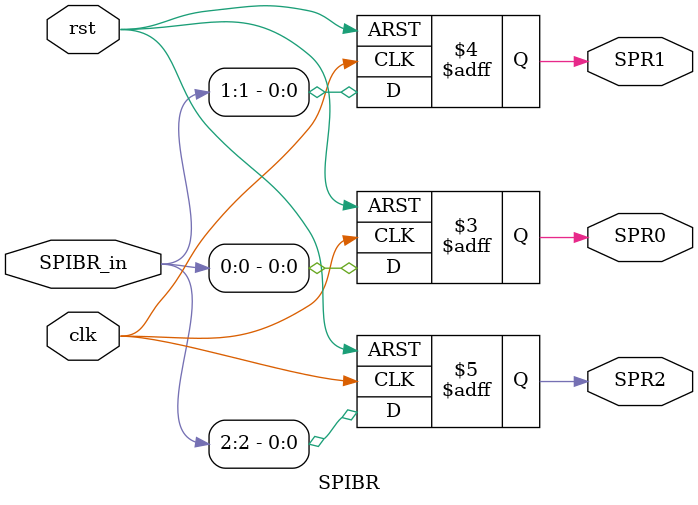
<source format=v>
module SPIBR(
    input wire [7:0] SPIBR_in,
    input wire clk, rst,
    output reg SPR0, SPR1, SPR2
);

always @(posedge clk or negedge rst) begin
    if(~rst)begin
      SPR0 <= 0; SPR1 <= 1; SPR2 <= 2;
    end
    else begin
      SPR0 <= SPIBR_in[0];
      SPR1 <= SPIBR_in[1];
      SPR2 <= SPIBR_in[2];
    end
end

endmodule

</source>
